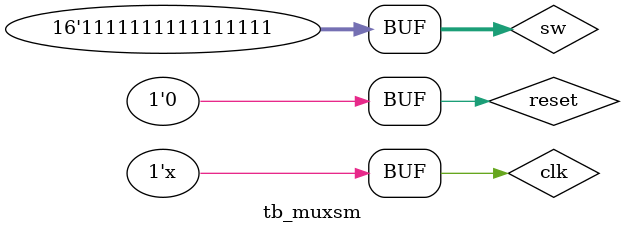
<source format=v>
`timescale 1ns / 1ps


module tb_muxsm;
reg clk;
reg reset;
reg [15:0] sw;
wire [3:0] an;
wire [6:0] sseg;


time_multiplexing_main u1(
.clk(clk), .reset(reset), .sw(sw), .an(an), .sseg(sseg)
    );
    
initial
begin    

clk = 0;
reset = 1;
sw [15:0] = 0000000000000000;

#40;

reset = 0;
sw [3:0] = 4'b0001;

#40;

sw [3:0] = 4'b0010;

#40;

sw [3:0] = 4'b0011;

#40;

sw [3:0] = 4'b0100;

#40;

sw [3:0] = 4'b0101;

#40;

sw [3:0] = 4'b0110;

#40;

sw[3:0] = 4'b0111;

#40;

sw[3:0] = 4'b1000;

#40;

sw[3:0] = 4'b1001;

#40;

sw[3:0] = 4'b1010;

#40;

sw[3:0] = 4'b1011;

#40;

sw[3:0] = 4'b1100;

#40;

sw[3:0] = 4'b1101;

#40;

sw[3:0] = 4'b1110;

#40;

sw[3:0] = 4'b1111;

#40;

sw[7:4] = 4'b0001;

#40;

sw[7:4] = 4'b0010;

#40;

sw[7:4] = 4'b0011;

#40;

sw[7:4] = 4'b0100;

#40;

sw[7:4] = 4'b0101;

#40;

sw[7:4] = 4'b0110;

#40;

sw[7:4] = 4'b0111;

#40;

sw[7:4] = 4'b1000;

#40;

sw[7:4] = 4'b1001;

#40;

sw[7:4] = 4'b1010;

#40;

sw[7:4] = 4'b1011;

#40;

sw[7:4] = 4'b1100;

#40;

sw[7:4] = 4'b1101;

#40;

sw[7:4] = 4'b1110;

#40;

sw[7:4] = 4'b1111;

#40

sw[11:8] = 4'b0001;

#40;

sw[11:8] = 4'b0010;

#40;

sw[11:8] = 4'b0011;

#40;

sw[11:8] = 4'b0100;

#40;

sw[11:8] = 4'b0101;

#40;

sw[11:8] = 4'b0110;

#40;

sw[11:8] = 4'b0111;

#40;

sw[11:8] = 4'b1000;

#40;

sw[11:8] = 4'b1001;

#40;

sw[11:8] = 4'b1010;

#40;

sw[11:8] = 4'b1011;

#40;

sw[11:8] = 4'b1100;

#40;

sw[11:8] = 4'b1101;

#40;

sw[11:8] = 4'b1110;

#40;

sw[11:8] = 4'b1111;

#40;

sw[15:12] = 4'b0001;

#40;

sw[15:12] = 4'b0010;

#40;

sw[15:12] = 4'b0011;

#40;

sw[15:12] = 4'b0100;

#40;

sw[15:12] = 4'b0101;

#40;

sw[15:12] = 4'b0110;

#40;

sw[15:12] = 4'b0111;

#40;

sw[15:12] = 4'b1000;

#40;

sw[15:12] = 4'b1001;

#40;

sw[15:12] = 4'b1010;

#40;

sw[15:12] = 4'b1011;

#40;

sw[15:12] = 4'b1100;

#0;

sw[15:12] = 4'b1101;

#40;

sw[15:12] = 4'b1110;

#40;

sw[15:12] = 4'b1111;

end 

always 
#5 clk = ~clk;

endmodule

</source>
